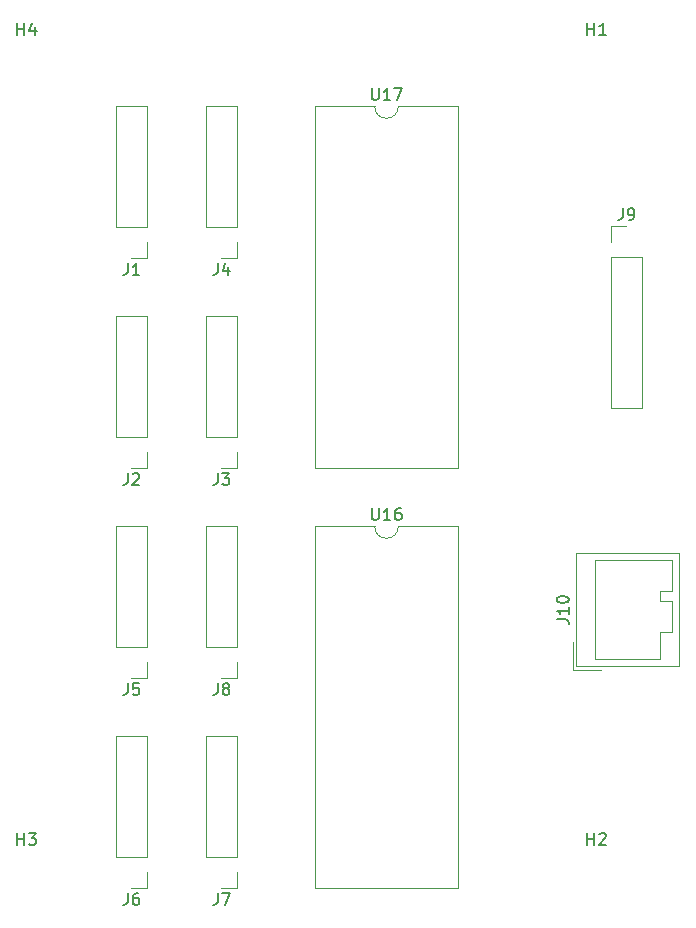
<source format=gbr>
%TF.GenerationSoftware,KiCad,Pcbnew,8.0.1-8.0.1-1~ubuntu22.04.1*%
%TF.CreationDate,2024-04-11T13:13:12-04:00*%
%TF.ProjectId,wiring,77697269-6e67-42e6-9b69-6361645f7063,rev?*%
%TF.SameCoordinates,Original*%
%TF.FileFunction,Legend,Top*%
%TF.FilePolarity,Positive*%
%FSLAX46Y46*%
G04 Gerber Fmt 4.6, Leading zero omitted, Abs format (unit mm)*
G04 Created by KiCad (PCBNEW 8.0.1-8.0.1-1~ubuntu22.04.1) date 2024-04-11 13:13:12*
%MOMM*%
%LPD*%
G01*
G04 APERTURE LIST*
%ADD10C,0.150000*%
%ADD11C,0.120000*%
G04 APERTURE END LIST*
D10*
X151638095Y-30714819D02*
X151638095Y-29714819D01*
X151638095Y-30191009D02*
X152209523Y-30191009D01*
X152209523Y-30714819D02*
X152209523Y-29714819D01*
X153114285Y-30048152D02*
X153114285Y-30714819D01*
X152876190Y-29667200D02*
X152638095Y-30381485D01*
X152638095Y-30381485D02*
X153257142Y-30381485D01*
X151638095Y-99294819D02*
X151638095Y-98294819D01*
X151638095Y-98771009D02*
X152209523Y-98771009D01*
X152209523Y-99294819D02*
X152209523Y-98294819D01*
X152590476Y-98294819D02*
X153209523Y-98294819D01*
X153209523Y-98294819D02*
X152876190Y-98675771D01*
X152876190Y-98675771D02*
X153019047Y-98675771D01*
X153019047Y-98675771D02*
X153114285Y-98723390D01*
X153114285Y-98723390D02*
X153161904Y-98771009D01*
X153161904Y-98771009D02*
X153209523Y-98866247D01*
X153209523Y-98866247D02*
X153209523Y-99104342D01*
X153209523Y-99104342D02*
X153161904Y-99199580D01*
X153161904Y-99199580D02*
X153114285Y-99247200D01*
X153114285Y-99247200D02*
X153019047Y-99294819D01*
X153019047Y-99294819D02*
X152733333Y-99294819D01*
X152733333Y-99294819D02*
X152638095Y-99247200D01*
X152638095Y-99247200D02*
X152590476Y-99199580D01*
X199898095Y-99294819D02*
X199898095Y-98294819D01*
X199898095Y-98771009D02*
X200469523Y-98771009D01*
X200469523Y-99294819D02*
X200469523Y-98294819D01*
X200898095Y-98390057D02*
X200945714Y-98342438D01*
X200945714Y-98342438D02*
X201040952Y-98294819D01*
X201040952Y-98294819D02*
X201279047Y-98294819D01*
X201279047Y-98294819D02*
X201374285Y-98342438D01*
X201374285Y-98342438D02*
X201421904Y-98390057D01*
X201421904Y-98390057D02*
X201469523Y-98485295D01*
X201469523Y-98485295D02*
X201469523Y-98580533D01*
X201469523Y-98580533D02*
X201421904Y-98723390D01*
X201421904Y-98723390D02*
X200850476Y-99294819D01*
X200850476Y-99294819D02*
X201469523Y-99294819D01*
X199898095Y-30714819D02*
X199898095Y-29714819D01*
X199898095Y-30191009D02*
X200469523Y-30191009D01*
X200469523Y-30714819D02*
X200469523Y-29714819D01*
X201469523Y-30714819D02*
X200898095Y-30714819D01*
X201183809Y-30714819D02*
X201183809Y-29714819D01*
X201183809Y-29714819D02*
X201088571Y-29857676D01*
X201088571Y-29857676D02*
X200993333Y-29952914D01*
X200993333Y-29952914D02*
X200898095Y-30000533D01*
X197304819Y-80189523D02*
X198019104Y-80189523D01*
X198019104Y-80189523D02*
X198161961Y-80237142D01*
X198161961Y-80237142D02*
X198257200Y-80332380D01*
X198257200Y-80332380D02*
X198304819Y-80475237D01*
X198304819Y-80475237D02*
X198304819Y-80570475D01*
X198304819Y-79189523D02*
X198304819Y-79760951D01*
X198304819Y-79475237D02*
X197304819Y-79475237D01*
X197304819Y-79475237D02*
X197447676Y-79570475D01*
X197447676Y-79570475D02*
X197542914Y-79665713D01*
X197542914Y-79665713D02*
X197590533Y-79760951D01*
X197304819Y-78570475D02*
X197304819Y-78475237D01*
X197304819Y-78475237D02*
X197352438Y-78379999D01*
X197352438Y-78379999D02*
X197400057Y-78332380D01*
X197400057Y-78332380D02*
X197495295Y-78284761D01*
X197495295Y-78284761D02*
X197685771Y-78237142D01*
X197685771Y-78237142D02*
X197923866Y-78237142D01*
X197923866Y-78237142D02*
X198114342Y-78284761D01*
X198114342Y-78284761D02*
X198209580Y-78332380D01*
X198209580Y-78332380D02*
X198257200Y-78379999D01*
X198257200Y-78379999D02*
X198304819Y-78475237D01*
X198304819Y-78475237D02*
X198304819Y-78570475D01*
X198304819Y-78570475D02*
X198257200Y-78665713D01*
X198257200Y-78665713D02*
X198209580Y-78713332D01*
X198209580Y-78713332D02*
X198114342Y-78760951D01*
X198114342Y-78760951D02*
X197923866Y-78808570D01*
X197923866Y-78808570D02*
X197685771Y-78808570D01*
X197685771Y-78808570D02*
X197495295Y-78760951D01*
X197495295Y-78760951D02*
X197400057Y-78713332D01*
X197400057Y-78713332D02*
X197352438Y-78665713D01*
X197352438Y-78665713D02*
X197304819Y-78570475D01*
X181641905Y-35224819D02*
X181641905Y-36034342D01*
X181641905Y-36034342D02*
X181689524Y-36129580D01*
X181689524Y-36129580D02*
X181737143Y-36177200D01*
X181737143Y-36177200D02*
X181832381Y-36224819D01*
X181832381Y-36224819D02*
X182022857Y-36224819D01*
X182022857Y-36224819D02*
X182118095Y-36177200D01*
X182118095Y-36177200D02*
X182165714Y-36129580D01*
X182165714Y-36129580D02*
X182213333Y-36034342D01*
X182213333Y-36034342D02*
X182213333Y-35224819D01*
X183213333Y-36224819D02*
X182641905Y-36224819D01*
X182927619Y-36224819D02*
X182927619Y-35224819D01*
X182927619Y-35224819D02*
X182832381Y-35367676D01*
X182832381Y-35367676D02*
X182737143Y-35462914D01*
X182737143Y-35462914D02*
X182641905Y-35510533D01*
X183546667Y-35224819D02*
X184213333Y-35224819D01*
X184213333Y-35224819D02*
X183784762Y-36224819D01*
X181641905Y-70784819D02*
X181641905Y-71594342D01*
X181641905Y-71594342D02*
X181689524Y-71689580D01*
X181689524Y-71689580D02*
X181737143Y-71737200D01*
X181737143Y-71737200D02*
X181832381Y-71784819D01*
X181832381Y-71784819D02*
X182022857Y-71784819D01*
X182022857Y-71784819D02*
X182118095Y-71737200D01*
X182118095Y-71737200D02*
X182165714Y-71689580D01*
X182165714Y-71689580D02*
X182213333Y-71594342D01*
X182213333Y-71594342D02*
X182213333Y-70784819D01*
X183213333Y-71784819D02*
X182641905Y-71784819D01*
X182927619Y-71784819D02*
X182927619Y-70784819D01*
X182927619Y-70784819D02*
X182832381Y-70927676D01*
X182832381Y-70927676D02*
X182737143Y-71022914D01*
X182737143Y-71022914D02*
X182641905Y-71070533D01*
X184070476Y-70784819D02*
X183880000Y-70784819D01*
X183880000Y-70784819D02*
X183784762Y-70832438D01*
X183784762Y-70832438D02*
X183737143Y-70880057D01*
X183737143Y-70880057D02*
X183641905Y-71022914D01*
X183641905Y-71022914D02*
X183594286Y-71213390D01*
X183594286Y-71213390D02*
X183594286Y-71594342D01*
X183594286Y-71594342D02*
X183641905Y-71689580D01*
X183641905Y-71689580D02*
X183689524Y-71737200D01*
X183689524Y-71737200D02*
X183784762Y-71784819D01*
X183784762Y-71784819D02*
X183975238Y-71784819D01*
X183975238Y-71784819D02*
X184070476Y-71737200D01*
X184070476Y-71737200D02*
X184118095Y-71689580D01*
X184118095Y-71689580D02*
X184165714Y-71594342D01*
X184165714Y-71594342D02*
X184165714Y-71356247D01*
X184165714Y-71356247D02*
X184118095Y-71261009D01*
X184118095Y-71261009D02*
X184070476Y-71213390D01*
X184070476Y-71213390D02*
X183975238Y-71165771D01*
X183975238Y-71165771D02*
X183784762Y-71165771D01*
X183784762Y-71165771D02*
X183689524Y-71213390D01*
X183689524Y-71213390D02*
X183641905Y-71261009D01*
X183641905Y-71261009D02*
X183594286Y-71356247D01*
X202866666Y-45384819D02*
X202866666Y-46099104D01*
X202866666Y-46099104D02*
X202819047Y-46241961D01*
X202819047Y-46241961D02*
X202723809Y-46337200D01*
X202723809Y-46337200D02*
X202580952Y-46384819D01*
X202580952Y-46384819D02*
X202485714Y-46384819D01*
X203390476Y-46384819D02*
X203580952Y-46384819D01*
X203580952Y-46384819D02*
X203676190Y-46337200D01*
X203676190Y-46337200D02*
X203723809Y-46289580D01*
X203723809Y-46289580D02*
X203819047Y-46146723D01*
X203819047Y-46146723D02*
X203866666Y-45956247D01*
X203866666Y-45956247D02*
X203866666Y-45575295D01*
X203866666Y-45575295D02*
X203819047Y-45480057D01*
X203819047Y-45480057D02*
X203771428Y-45432438D01*
X203771428Y-45432438D02*
X203676190Y-45384819D01*
X203676190Y-45384819D02*
X203485714Y-45384819D01*
X203485714Y-45384819D02*
X203390476Y-45432438D01*
X203390476Y-45432438D02*
X203342857Y-45480057D01*
X203342857Y-45480057D02*
X203295238Y-45575295D01*
X203295238Y-45575295D02*
X203295238Y-45813390D01*
X203295238Y-45813390D02*
X203342857Y-45908628D01*
X203342857Y-45908628D02*
X203390476Y-45956247D01*
X203390476Y-45956247D02*
X203485714Y-46003866D01*
X203485714Y-46003866D02*
X203676190Y-46003866D01*
X203676190Y-46003866D02*
X203771428Y-45956247D01*
X203771428Y-45956247D02*
X203819047Y-45908628D01*
X203819047Y-45908628D02*
X203866666Y-45813390D01*
X168576666Y-85604819D02*
X168576666Y-86319104D01*
X168576666Y-86319104D02*
X168529047Y-86461961D01*
X168529047Y-86461961D02*
X168433809Y-86557200D01*
X168433809Y-86557200D02*
X168290952Y-86604819D01*
X168290952Y-86604819D02*
X168195714Y-86604819D01*
X169195714Y-86033390D02*
X169100476Y-85985771D01*
X169100476Y-85985771D02*
X169052857Y-85938152D01*
X169052857Y-85938152D02*
X169005238Y-85842914D01*
X169005238Y-85842914D02*
X169005238Y-85795295D01*
X169005238Y-85795295D02*
X169052857Y-85700057D01*
X169052857Y-85700057D02*
X169100476Y-85652438D01*
X169100476Y-85652438D02*
X169195714Y-85604819D01*
X169195714Y-85604819D02*
X169386190Y-85604819D01*
X169386190Y-85604819D02*
X169481428Y-85652438D01*
X169481428Y-85652438D02*
X169529047Y-85700057D01*
X169529047Y-85700057D02*
X169576666Y-85795295D01*
X169576666Y-85795295D02*
X169576666Y-85842914D01*
X169576666Y-85842914D02*
X169529047Y-85938152D01*
X169529047Y-85938152D02*
X169481428Y-85985771D01*
X169481428Y-85985771D02*
X169386190Y-86033390D01*
X169386190Y-86033390D02*
X169195714Y-86033390D01*
X169195714Y-86033390D02*
X169100476Y-86081009D01*
X169100476Y-86081009D02*
X169052857Y-86128628D01*
X169052857Y-86128628D02*
X169005238Y-86223866D01*
X169005238Y-86223866D02*
X169005238Y-86414342D01*
X169005238Y-86414342D02*
X169052857Y-86509580D01*
X169052857Y-86509580D02*
X169100476Y-86557200D01*
X169100476Y-86557200D02*
X169195714Y-86604819D01*
X169195714Y-86604819D02*
X169386190Y-86604819D01*
X169386190Y-86604819D02*
X169481428Y-86557200D01*
X169481428Y-86557200D02*
X169529047Y-86509580D01*
X169529047Y-86509580D02*
X169576666Y-86414342D01*
X169576666Y-86414342D02*
X169576666Y-86223866D01*
X169576666Y-86223866D02*
X169529047Y-86128628D01*
X169529047Y-86128628D02*
X169481428Y-86081009D01*
X169481428Y-86081009D02*
X169386190Y-86033390D01*
X168576666Y-103384819D02*
X168576666Y-104099104D01*
X168576666Y-104099104D02*
X168529047Y-104241961D01*
X168529047Y-104241961D02*
X168433809Y-104337200D01*
X168433809Y-104337200D02*
X168290952Y-104384819D01*
X168290952Y-104384819D02*
X168195714Y-104384819D01*
X168957619Y-103384819D02*
X169624285Y-103384819D01*
X169624285Y-103384819D02*
X169195714Y-104384819D01*
X160956666Y-103384819D02*
X160956666Y-104099104D01*
X160956666Y-104099104D02*
X160909047Y-104241961D01*
X160909047Y-104241961D02*
X160813809Y-104337200D01*
X160813809Y-104337200D02*
X160670952Y-104384819D01*
X160670952Y-104384819D02*
X160575714Y-104384819D01*
X161861428Y-103384819D02*
X161670952Y-103384819D01*
X161670952Y-103384819D02*
X161575714Y-103432438D01*
X161575714Y-103432438D02*
X161528095Y-103480057D01*
X161528095Y-103480057D02*
X161432857Y-103622914D01*
X161432857Y-103622914D02*
X161385238Y-103813390D01*
X161385238Y-103813390D02*
X161385238Y-104194342D01*
X161385238Y-104194342D02*
X161432857Y-104289580D01*
X161432857Y-104289580D02*
X161480476Y-104337200D01*
X161480476Y-104337200D02*
X161575714Y-104384819D01*
X161575714Y-104384819D02*
X161766190Y-104384819D01*
X161766190Y-104384819D02*
X161861428Y-104337200D01*
X161861428Y-104337200D02*
X161909047Y-104289580D01*
X161909047Y-104289580D02*
X161956666Y-104194342D01*
X161956666Y-104194342D02*
X161956666Y-103956247D01*
X161956666Y-103956247D02*
X161909047Y-103861009D01*
X161909047Y-103861009D02*
X161861428Y-103813390D01*
X161861428Y-103813390D02*
X161766190Y-103765771D01*
X161766190Y-103765771D02*
X161575714Y-103765771D01*
X161575714Y-103765771D02*
X161480476Y-103813390D01*
X161480476Y-103813390D02*
X161432857Y-103861009D01*
X161432857Y-103861009D02*
X161385238Y-103956247D01*
X160956666Y-85604819D02*
X160956666Y-86319104D01*
X160956666Y-86319104D02*
X160909047Y-86461961D01*
X160909047Y-86461961D02*
X160813809Y-86557200D01*
X160813809Y-86557200D02*
X160670952Y-86604819D01*
X160670952Y-86604819D02*
X160575714Y-86604819D01*
X161909047Y-85604819D02*
X161432857Y-85604819D01*
X161432857Y-85604819D02*
X161385238Y-86081009D01*
X161385238Y-86081009D02*
X161432857Y-86033390D01*
X161432857Y-86033390D02*
X161528095Y-85985771D01*
X161528095Y-85985771D02*
X161766190Y-85985771D01*
X161766190Y-85985771D02*
X161861428Y-86033390D01*
X161861428Y-86033390D02*
X161909047Y-86081009D01*
X161909047Y-86081009D02*
X161956666Y-86176247D01*
X161956666Y-86176247D02*
X161956666Y-86414342D01*
X161956666Y-86414342D02*
X161909047Y-86509580D01*
X161909047Y-86509580D02*
X161861428Y-86557200D01*
X161861428Y-86557200D02*
X161766190Y-86604819D01*
X161766190Y-86604819D02*
X161528095Y-86604819D01*
X161528095Y-86604819D02*
X161432857Y-86557200D01*
X161432857Y-86557200D02*
X161385238Y-86509580D01*
X168576666Y-50044819D02*
X168576666Y-50759104D01*
X168576666Y-50759104D02*
X168529047Y-50901961D01*
X168529047Y-50901961D02*
X168433809Y-50997200D01*
X168433809Y-50997200D02*
X168290952Y-51044819D01*
X168290952Y-51044819D02*
X168195714Y-51044819D01*
X169481428Y-50378152D02*
X169481428Y-51044819D01*
X169243333Y-49997200D02*
X169005238Y-50711485D01*
X169005238Y-50711485D02*
X169624285Y-50711485D01*
X168576666Y-67824819D02*
X168576666Y-68539104D01*
X168576666Y-68539104D02*
X168529047Y-68681961D01*
X168529047Y-68681961D02*
X168433809Y-68777200D01*
X168433809Y-68777200D02*
X168290952Y-68824819D01*
X168290952Y-68824819D02*
X168195714Y-68824819D01*
X168957619Y-67824819D02*
X169576666Y-67824819D01*
X169576666Y-67824819D02*
X169243333Y-68205771D01*
X169243333Y-68205771D02*
X169386190Y-68205771D01*
X169386190Y-68205771D02*
X169481428Y-68253390D01*
X169481428Y-68253390D02*
X169529047Y-68301009D01*
X169529047Y-68301009D02*
X169576666Y-68396247D01*
X169576666Y-68396247D02*
X169576666Y-68634342D01*
X169576666Y-68634342D02*
X169529047Y-68729580D01*
X169529047Y-68729580D02*
X169481428Y-68777200D01*
X169481428Y-68777200D02*
X169386190Y-68824819D01*
X169386190Y-68824819D02*
X169100476Y-68824819D01*
X169100476Y-68824819D02*
X169005238Y-68777200D01*
X169005238Y-68777200D02*
X168957619Y-68729580D01*
X160956666Y-67824819D02*
X160956666Y-68539104D01*
X160956666Y-68539104D02*
X160909047Y-68681961D01*
X160909047Y-68681961D02*
X160813809Y-68777200D01*
X160813809Y-68777200D02*
X160670952Y-68824819D01*
X160670952Y-68824819D02*
X160575714Y-68824819D01*
X161385238Y-67920057D02*
X161432857Y-67872438D01*
X161432857Y-67872438D02*
X161528095Y-67824819D01*
X161528095Y-67824819D02*
X161766190Y-67824819D01*
X161766190Y-67824819D02*
X161861428Y-67872438D01*
X161861428Y-67872438D02*
X161909047Y-67920057D01*
X161909047Y-67920057D02*
X161956666Y-68015295D01*
X161956666Y-68015295D02*
X161956666Y-68110533D01*
X161956666Y-68110533D02*
X161909047Y-68253390D01*
X161909047Y-68253390D02*
X161337619Y-68824819D01*
X161337619Y-68824819D02*
X161956666Y-68824819D01*
X160956666Y-50044819D02*
X160956666Y-50759104D01*
X160956666Y-50759104D02*
X160909047Y-50901961D01*
X160909047Y-50901961D02*
X160813809Y-50997200D01*
X160813809Y-50997200D02*
X160670952Y-51044819D01*
X160670952Y-51044819D02*
X160575714Y-51044819D01*
X161956666Y-51044819D02*
X161385238Y-51044819D01*
X161670952Y-51044819D02*
X161670952Y-50044819D01*
X161670952Y-50044819D02*
X161575714Y-50187676D01*
X161575714Y-50187676D02*
X161480476Y-50282914D01*
X161480476Y-50282914D02*
X161385238Y-50330533D01*
D11*
%TO.C,J10*%
X198640000Y-84490000D02*
X198640000Y-82080000D01*
X201050000Y-84490000D02*
X198640000Y-84490000D01*
X198940000Y-84190000D02*
X207660000Y-84190000D01*
X207660000Y-84190000D02*
X207660000Y-74570000D01*
X200550000Y-83580000D02*
X206050000Y-83580000D01*
X206050000Y-83580000D02*
X206050000Y-81280000D01*
X206050000Y-81280000D02*
X207050000Y-81280000D01*
X207050000Y-81280000D02*
X207050000Y-78680000D01*
X206050000Y-78680000D02*
X206050000Y-77780000D01*
X207050000Y-78680000D02*
X206050000Y-78680000D01*
X206050000Y-77780000D02*
X207050000Y-77780000D01*
X207050000Y-77780000D02*
X207050000Y-75180000D01*
X200550000Y-75180000D02*
X200550000Y-83580000D01*
X207050000Y-75180000D02*
X200550000Y-75180000D01*
X198940000Y-74570000D02*
X198940000Y-84190000D01*
X207660000Y-74570000D02*
X198940000Y-74570000D01*
%TO.C,U17*%
X176820000Y-36770000D02*
X176820000Y-67370000D01*
X176820000Y-67370000D02*
X188940000Y-67370000D01*
X181880000Y-36770000D02*
X176820000Y-36770000D01*
X188940000Y-36770000D02*
X183880000Y-36770000D01*
X188940000Y-67370000D02*
X188940000Y-36770000D01*
X183880000Y-36770000D02*
G75*
G02*
X181880000Y-36770000I-1000000J0D01*
G01*
%TO.C,U16*%
X176820000Y-72330000D02*
X176820000Y-102930000D01*
X176820000Y-102930000D02*
X188940000Y-102930000D01*
X181880000Y-72330000D02*
X176820000Y-72330000D01*
X188940000Y-72330000D02*
X183880000Y-72330000D01*
X188940000Y-102930000D02*
X188940000Y-72330000D01*
X183880000Y-72330000D02*
G75*
G02*
X181880000Y-72330000I-1000000J0D01*
G01*
%TO.C,J9*%
X201870000Y-46930000D02*
X203200000Y-46930000D01*
X201870000Y-48260000D02*
X201870000Y-46930000D01*
X201870000Y-49530000D02*
X201870000Y-62290000D01*
X201870000Y-49530000D02*
X204530000Y-49530000D01*
X201870000Y-62290000D02*
X204530000Y-62290000D01*
X204530000Y-49530000D02*
X204530000Y-62290000D01*
%TO.C,J8*%
X170240000Y-85150000D02*
X168910000Y-85150000D01*
X170240000Y-83820000D02*
X170240000Y-85150000D01*
X170240000Y-82550000D02*
X170240000Y-72330000D01*
X170240000Y-82550000D02*
X167580000Y-82550000D01*
X170240000Y-72330000D02*
X167580000Y-72330000D01*
X167580000Y-82550000D02*
X167580000Y-72330000D01*
%TO.C,J7*%
X170240000Y-102930000D02*
X168910000Y-102930000D01*
X170240000Y-101600000D02*
X170240000Y-102930000D01*
X170240000Y-100330000D02*
X170240000Y-90110000D01*
X170240000Y-100330000D02*
X167580000Y-100330000D01*
X170240000Y-90110000D02*
X167580000Y-90110000D01*
X167580000Y-100330000D02*
X167580000Y-90110000D01*
%TO.C,J6*%
X162620000Y-102930000D02*
X161290000Y-102930000D01*
X162620000Y-101600000D02*
X162620000Y-102930000D01*
X162620000Y-100330000D02*
X162620000Y-90110000D01*
X162620000Y-100330000D02*
X159960000Y-100330000D01*
X162620000Y-90110000D02*
X159960000Y-90110000D01*
X159960000Y-100330000D02*
X159960000Y-90110000D01*
%TO.C,J5*%
X162620000Y-85150000D02*
X161290000Y-85150000D01*
X162620000Y-83820000D02*
X162620000Y-85150000D01*
X162620000Y-82550000D02*
X162620000Y-72330000D01*
X162620000Y-82550000D02*
X159960000Y-82550000D01*
X162620000Y-72330000D02*
X159960000Y-72330000D01*
X159960000Y-82550000D02*
X159960000Y-72330000D01*
%TO.C,J4*%
X170240000Y-49590000D02*
X168910000Y-49590000D01*
X170240000Y-48260000D02*
X170240000Y-49590000D01*
X170240000Y-46990000D02*
X170240000Y-36770000D01*
X170240000Y-46990000D02*
X167580000Y-46990000D01*
X170240000Y-36770000D02*
X167580000Y-36770000D01*
X167580000Y-46990000D02*
X167580000Y-36770000D01*
%TO.C,J3*%
X170240000Y-67370000D02*
X168910000Y-67370000D01*
X170240000Y-66040000D02*
X170240000Y-67370000D01*
X170240000Y-64770000D02*
X170240000Y-54550000D01*
X170240000Y-64770000D02*
X167580000Y-64770000D01*
X170240000Y-54550000D02*
X167580000Y-54550000D01*
X167580000Y-64770000D02*
X167580000Y-54550000D01*
%TO.C,J2*%
X162620000Y-67370000D02*
X161290000Y-67370000D01*
X162620000Y-66040000D02*
X162620000Y-67370000D01*
X162620000Y-64770000D02*
X162620000Y-54550000D01*
X162620000Y-64770000D02*
X159960000Y-64770000D01*
X162620000Y-54550000D02*
X159960000Y-54550000D01*
X159960000Y-64770000D02*
X159960000Y-54550000D01*
%TO.C,J1*%
X162620000Y-49590000D02*
X161290000Y-49590000D01*
X162620000Y-48260000D02*
X162620000Y-49590000D01*
X162620000Y-46990000D02*
X162620000Y-36770000D01*
X162620000Y-46990000D02*
X159960000Y-46990000D01*
X162620000Y-36770000D02*
X159960000Y-36770000D01*
X159960000Y-46990000D02*
X159960000Y-36770000D01*
%TD*%
M02*

</source>
